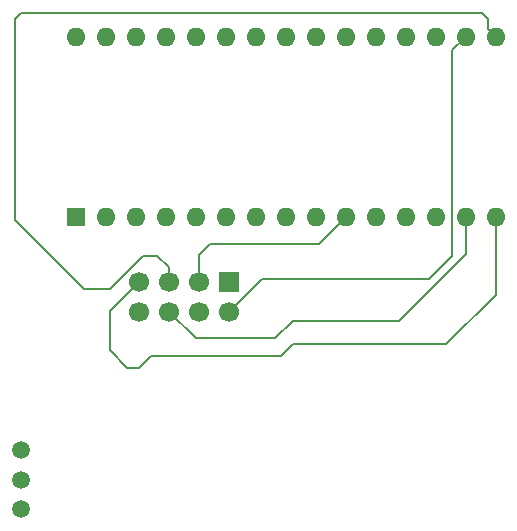
<source format=gbr>
%TF.GenerationSoftware,KiCad,Pcbnew,8.0.6*%
%TF.CreationDate,2024-12-04T15:20:49-05:00*%
%TF.ProjectId,gnahs,676e6168-732e-46b6-9963-61645f706362,rev?*%
%TF.SameCoordinates,Original*%
%TF.FileFunction,Copper,L2,Bot*%
%TF.FilePolarity,Positive*%
%FSLAX46Y46*%
G04 Gerber Fmt 4.6, Leading zero omitted, Abs format (unit mm)*
G04 Created by KiCad (PCBNEW 8.0.6) date 2024-12-04 15:20:49*
%MOMM*%
%LPD*%
G01*
G04 APERTURE LIST*
%TA.AperFunction,ComponentPad*%
%ADD10C,1.500000*%
%TD*%
%TA.AperFunction,ComponentPad*%
%ADD11R,1.700000X1.700000*%
%TD*%
%TA.AperFunction,ComponentPad*%
%ADD12C,1.700000*%
%TD*%
%TA.AperFunction,ComponentPad*%
%ADD13R,1.600000X1.600000*%
%TD*%
%TA.AperFunction,ComponentPad*%
%ADD14O,1.600000X1.600000*%
%TD*%
%TA.AperFunction,Conductor*%
%ADD15C,0.200000*%
%TD*%
G04 APERTURE END LIST*
D10*
%TO.P,BT2,1,+*%
%TO.N,Net-(A1-VIN)*%
X119000000Y-101500000D03*
%TO.P,BT2,2,pin_2*%
%TO.N,unconnected-(BT2-pin_2-Pad2)*%
X119000000Y-99000000D03*
%TO.P,BT2,3,-*%
%TO.N,Net-(BT2--)*%
X119000000Y-96500000D03*
%TD*%
D11*
%TO.P,U1,1,GND*%
%TO.N,Net-(BT2--)*%
X136625000Y-82210500D03*
D12*
%TO.P,U1,2,VCC*%
%TO.N,Net-(A1-3V3)*%
X136625000Y-84750500D03*
%TO.P,U1,3,CE*%
%TO.N,Net-(A1-D7)*%
X134085000Y-82210500D03*
%TO.P,U1,4,~{CSN}*%
%TO.N,Net-(A1-D8)*%
X134085000Y-84750500D03*
%TO.P,U1,5,SCK*%
%TO.N,Net-(A1-D13)*%
X131545000Y-82210500D03*
%TO.P,U1,6,MOSI*%
%TO.N,Net-(A1-D11)*%
X131545000Y-84750500D03*
%TO.P,U1,7,MISO*%
%TO.N,Net-(A1-D12)*%
X129005000Y-82210500D03*
%TO.P,U1,8,IRQ*%
%TO.N,unconnected-(U1-IRQ-Pad8)*%
X129005000Y-84750500D03*
%TD*%
D13*
%TO.P,A1,1,D1/TX*%
%TO.N,unconnected-(A1-D1{slash}TX-Pad1)*%
X123600000Y-76740000D03*
D14*
%TO.P,A1,2,D0/RX*%
%TO.N,unconnected-(A1-D0{slash}RX-Pad2)*%
X126140000Y-76740000D03*
%TO.P,A1,3,~{RESET}*%
%TO.N,unconnected-(A1-~{RESET}-Pad3)*%
X128680000Y-76740000D03*
%TO.P,A1,4,GND*%
%TO.N,Net-(BT2--)*%
X131220000Y-76740000D03*
%TO.P,A1,5,D2*%
%TO.N,unconnected-(A1-D2-Pad5)*%
X133760000Y-76740000D03*
%TO.P,A1,6,D3*%
%TO.N,unconnected-(A1-D3-Pad6)*%
X136300000Y-76740000D03*
%TO.P,A1,7,D4*%
%TO.N,unconnected-(A1-D4-Pad7)*%
X138840000Y-76740000D03*
%TO.P,A1,8,D5*%
%TO.N,unconnected-(A1-D5-Pad8)*%
X141380000Y-76740000D03*
%TO.P,A1,9,D6*%
%TO.N,unconnected-(A1-D6-Pad9)*%
X143920000Y-76740000D03*
%TO.P,A1,10,D7*%
%TO.N,Net-(A1-D7)*%
X146460000Y-76740000D03*
%TO.P,A1,11,D8*%
%TO.N,Net-(A1-D8)*%
X149000000Y-76740000D03*
%TO.P,A1,12,D9*%
%TO.N,unconnected-(A1-D9-Pad12)*%
X151540000Y-76740000D03*
%TO.P,A1,13,D10*%
%TO.N,unconnected-(A1-D10-Pad13)*%
X154080000Y-76740000D03*
%TO.P,A1,14,D11*%
%TO.N,Net-(A1-D11)*%
X156620000Y-76740000D03*
%TO.P,A1,15,D12*%
%TO.N,Net-(A1-D12)*%
X159160000Y-76740000D03*
%TO.P,A1,16,D13*%
%TO.N,Net-(A1-D13)*%
X159160000Y-61500000D03*
%TO.P,A1,17,3V3*%
%TO.N,Net-(A1-3V3)*%
X156620000Y-61500000D03*
%TO.P,A1,18,AREF*%
%TO.N,unconnected-(A1-AREF-Pad18)*%
X154080000Y-61500000D03*
%TO.P,A1,19,A0*%
%TO.N,unconnected-(A1-A0-Pad19)*%
X151540000Y-61500000D03*
%TO.P,A1,20,A1*%
%TO.N,unconnected-(A1-A1-Pad20)*%
X149000000Y-61500000D03*
%TO.P,A1,21,A2*%
%TO.N,unconnected-(A1-A2-Pad21)*%
X146460000Y-61500000D03*
%TO.P,A1,22,A3*%
%TO.N,unconnected-(A1-A3-Pad22)*%
X143920000Y-61500000D03*
%TO.P,A1,23,A4*%
%TO.N,Net-(A1-A4)*%
X141380000Y-61500000D03*
%TO.P,A1,24,A5*%
%TO.N,Net-(A1-A5)*%
X138840000Y-61500000D03*
%TO.P,A1,25,A6*%
%TO.N,unconnected-(A1-A6-Pad25)*%
X136300000Y-61500000D03*
%TO.P,A1,26,A7*%
%TO.N,unconnected-(A1-A7-Pad26)*%
X133760000Y-61500000D03*
%TO.P,A1,27,+5V*%
%TO.N,Net-(A1-+5V)*%
X131220000Y-61500000D03*
%TO.P,A1,28,~{RESET}*%
%TO.N,unconnected-(A1-~{RESET}-Pad28)*%
X128680000Y-61500000D03*
%TO.P,A1,29,GND*%
%TO.N,Net-(JS1-GND)*%
X126140000Y-61500000D03*
%TO.P,A1,30,VIN*%
%TO.N,Net-(A1-VIN)*%
X123600000Y-61500000D03*
%TD*%
D15*
%TO.N,Net-(A1-D7)*%
X134085000Y-82210500D02*
X134085000Y-79915000D01*
X134085000Y-79915000D02*
X135000000Y-79000000D01*
X135000000Y-79000000D02*
X144200000Y-79000000D01*
X144200000Y-79000000D02*
X146460000Y-76740000D01*
%TO.N,Net-(A1-3V3)*%
X156620000Y-61500000D02*
X155500000Y-62620000D01*
X155500000Y-62620000D02*
X155500000Y-80000000D01*
X155500000Y-80000000D02*
X153500000Y-82000000D01*
X153500000Y-82000000D02*
X139375500Y-82000000D01*
X139375500Y-82000000D02*
X136625000Y-84750500D01*
%TO.N,Net-(A1-D11)*%
X133794500Y-87000000D02*
X140500000Y-87000000D01*
X140500000Y-87000000D02*
X142000000Y-85500000D01*
X156620000Y-79880000D02*
X156620000Y-76740000D01*
X142000000Y-85500000D02*
X151000000Y-85500000D01*
X151000000Y-85500000D02*
X156620000Y-79880000D01*
X131545000Y-84750500D02*
X133794500Y-87000000D01*
%TO.N,Net-(A1-D12)*%
X129005000Y-82210500D02*
X126500000Y-84715500D01*
X126500000Y-84715500D02*
X126500000Y-88000000D01*
X126500000Y-88000000D02*
X128000000Y-89500000D01*
X128000000Y-89500000D02*
X129000000Y-89500000D01*
X130000000Y-88500000D02*
X141000000Y-88500000D01*
X129000000Y-89500000D02*
X130000000Y-88500000D01*
X155000000Y-87500000D02*
X159160000Y-83340000D01*
X141000000Y-88500000D02*
X142000000Y-87500000D01*
X142000000Y-87500000D02*
X155000000Y-87500000D01*
X159160000Y-83340000D02*
X159160000Y-76740000D01*
%TO.N,Net-(A1-D13)*%
X131545000Y-81008419D02*
X130536581Y-80000000D01*
X118500000Y-77000000D02*
X118500000Y-60000000D01*
X118500000Y-60000000D02*
X119000000Y-59500000D01*
X130536581Y-80000000D02*
X129334500Y-80000000D01*
X129334500Y-80000000D02*
X126534500Y-82800000D01*
X124300000Y-82800000D02*
X118500000Y-77000000D01*
X126534500Y-82800000D02*
X124300000Y-82800000D01*
X131545000Y-82210500D02*
X131545000Y-81008419D01*
X119000000Y-59500000D02*
X158000000Y-59500000D01*
X158500000Y-60000000D02*
X158500000Y-60840000D01*
X158000000Y-59500000D02*
X158500000Y-60000000D01*
X158500000Y-60840000D02*
X159160000Y-61500000D01*
%TD*%
M02*

</source>
